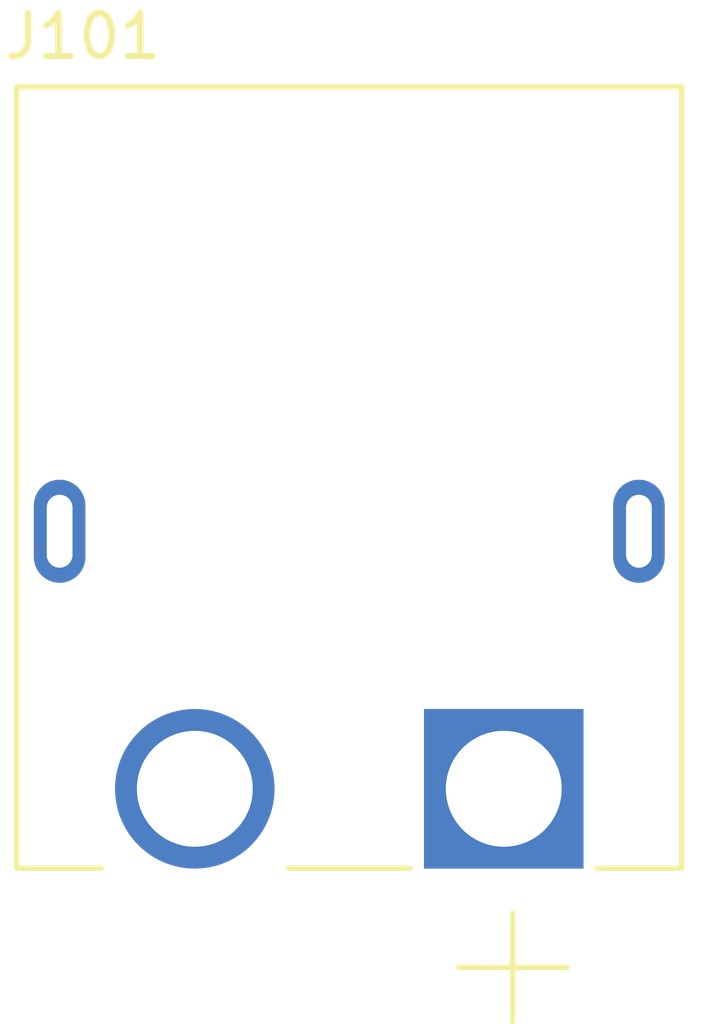
<source format=kicad_pcb>
(kicad_pcb (version 20221018) (generator pcbnew)
  (layers (0 "F.Cu" signal) (31 "B.Cu" signal) (34 "B.Paste" user) (35 "F.Paste" user) (36 "B.SilkS" user "B.Silkscreen") (37 "F.SilkS" user "F.Silkscreen") (38 "B.Mask" user) (39 "F.Mask" user) (44 "Edge.Cuts" user))
  (net 0 "")
  (net 1 "GND")
  (net 2 "VCC")
  (footprint "XT60PW-M:XT60PW-M" (layer "F.Cu") (at 43.6948 40.6852)
    (fp_text reference "J101" (at -6.2044 -11.526) (layer "F.SilkS") (effects (font (size 1.000441 1.000441))))
    (fp_text value "XT60PW-M")
    (fp_line (start -7.75 -10.35) (end -7.75 7.85) (stroke (width 0.127)) (layer "F.SilkS"))
    (fp_line (start -7.75 7.85) (end -5.778 7.85) (stroke (width 0.127)) (layer "F.SilkS"))
    (fp_line (start -1.422 7.85) (end 1.422 7.85) (stroke (width 0.127)) (layer "F.SilkS"))
    (fp_line (start 2.54 10.16) (end 3.81 10.16) (stroke (width 0.127)) (layer "F.SilkS"))
    (fp_line (start 3.81 10.16) (end 3.81 8.89) (stroke (width 0.127)) (layer "F.SilkS"))
    (fp_line (start 3.81 10.16) (end 3.81 11.43) (stroke (width 0.127)) (layer "F.SilkS"))
    (fp_line (start 5.08 10.16) (end 3.81 10.16) (stroke (width 0.127)) (layer "F.SilkS"))
    (fp_line (start 7.75 -10.35) (end -7.75 -10.35) (stroke (width 0.127)) (layer "F.SilkS"))
    (fp_line (start 7.75 7.85) (end 5.778 7.85) (stroke (width 0.127)) (layer "F.SilkS"))
    (fp_line (start 7.75 7.85) (end 7.75 -10.35) (stroke (width 0.127)) (layer "F.SilkS"))
    (pad "1" thru_hole rect (at 3.6 6) (size 3.716 3.716) (drill 2.7) (layers "*.Cu" "*.Mask") (net 2 "VCC"))
    (pad "2" thru_hole circle (at -3.6 6) (size 3.716 3.716) (drill 2.7) (layers "*.Cu" "*.Mask") (net 1 "GND"))
    (pad "S1" thru_hole oval (at 6.75 0) (size 1.2 2.4) (drill oval 0.6 1.7) (layers "*.Cu" "*.Mask"))
    (pad "S2" thru_hole oval (at -6.75 0) (size 1.2 2.4) (drill oval 0.6 1.7) (layers "*.Cu" "*.Mask"))
  )
)
</source>
